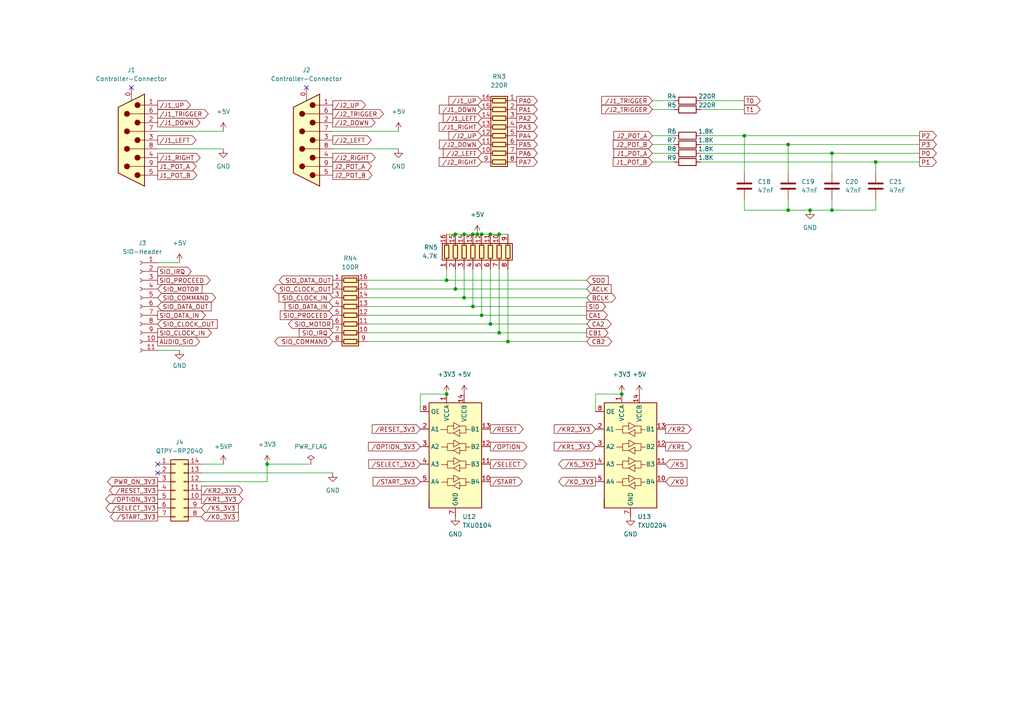
<source format=kicad_sch>
(kicad_sch (version 20211123) (generator eeschema)
  (paper "A4")
  (title_block (title "Atari SBC") (date "2023-02-06") (rev "1.0"))
  (lib_symbols
    (symbol "Connector:Conn_01x11_Female" (pin_names (offset 1.016) hide)
      (property "Reference" "J" (at 0 15.24 0))
      (property "Value" "Conn_01x11_Female" (at 0 -15.24 0))
      (symbol "Conn_01x11_Female_1_1"
        (arc (start 0 -12.192) (mid -0.508 -12.7) (end 0 -13.208) (stroke (width 0.1524)))
        (arc (start 0 -9.652) (mid -0.508 -10.16) (end 0 -10.668) (stroke (width 0.1524)))
        (arc (start 0 -7.112) (mid -0.508 -7.62) (end 0 -8.128) (stroke (width 0.1524)))
        (arc (start 0 -4.572) (mid -0.508 -5.08) (end 0 -5.588) (stroke (width 0.1524)))
        (arc (start 0 -2.032) (mid -0.508 -2.54) (end 0 -3.048) (stroke (width 0.1524)))
        (polyline (pts (xy -1.27 -12.7) (xy -0.508 -12.7)) (stroke (width 0.1524)))
        (polyline (pts (xy -1.27 -10.16) (xy -0.508 -10.16)) (stroke (width 0.1524)))
        (polyline (pts (xy -1.27 -7.62) (xy -0.508 -7.62)) (stroke (width 0.1524)))
        (polyline (pts (xy -1.27 -5.08) (xy -0.508 -5.08)) (stroke (width 0.1524)))
        (polyline (pts (xy -1.27 -2.54) (xy -0.508 -2.54)) (stroke (width 0.1524)))
        (polyline (pts (xy -1.27 0) (xy -0.508 0)) (stroke (width 0.1524)))
        (polyline (pts (xy -1.27 2.54) (xy -0.508 2.54)) (stroke (width 0.1524)))
        (polyline (pts (xy -1.27 5.08) (xy -0.508 5.08)) (stroke (width 0.1524)))
        (polyline (pts (xy -1.27 7.62) (xy -0.508 7.62)) (stroke (width 0.1524)))
        (polyline (pts (xy -1.27 10.16) (xy -0.508 10.16)) (stroke (width 0.1524)))
        (polyline (pts (xy -1.27 12.7) (xy -0.508 12.7)) (stroke (width 0.1524)))
        (arc (start 0 0.508) (mid -0.508 0) (end 0 -0.508) (stroke (width 0.1524)))
        (arc (start 0 3.048) (mid -0.508 2.54) (end 0 2.032) (stroke (width 0.1524)))
        (arc (start 0 5.588) (mid -0.508 5.08) (end 0 4.572) (stroke (width 0.1524)))
        (arc (start 0 8.128) (mid -0.508 7.62) (end 0 7.112) (stroke (width 0.1524)))
        (arc (start 0 10.668) (mid -0.508 10.16) (end 0 9.652) (stroke (width 0.1524)))
        (arc (start 0 13.208) (mid -0.508 12.7) (end 0 12.192) (stroke (width 0.1524)))
        (pin passive line (at -5.08 12.7 0) (length 3.81) (name "Pin_1") (number "1"))
        (pin passive line (at -5.08 -10.16 0) (length 3.81) (name "Pin_10") (number "10"))
        (pin passive line (at -5.08 -12.7 0) (length 3.81) (name "Pin_11") (number "11"))
        (pin passive line (at -5.08 10.16 0) (length 3.81) (name "Pin_2") (number "2"))
        (pin passive line (at -5.08 7.62 0) (length 3.81) (name "Pin_3") (number "3"))
        (pin passive line (at -5.08 5.08 0) (length 3.81) (name "Pin_4") (number "4"))
        (pin passive line (at -5.08 2.54 0) (length 3.81) (name "Pin_5") (number "5"))
        (pin passive line (at -5.08 0 0) (length 3.81) (name "Pin_6") (number "6"))
        (pin passive line (at -5.08 -2.54 0) (length 3.81) (name "Pin_7") (number "7"))
        (pin passive line (at -5.08 -5.08 0) (length 3.81) (name "Pin_8") (number "8"))
        (pin passive line (at -5.08 -7.62 0) (length 3.81) (name "Pin_9") (number "9"))
      )
    )
    (symbol "Connector:DB9_Male_MountingHoles" (pin_names (offset 1.016) hide)
      (property "Reference" "J" (at 0 16.51 0))
      (property "Value" "DB9_Male_MountingHoles" (at 0 14.605 0))
      (symbol "DB9_Male_MountingHoles_0_1"
        (circle (center -1.778 -10.16) (radius 0.762) (fill (type outline)))
        (circle (center -1.778 -5.08) (radius 0.762) (fill (type outline)))
        (circle (center -1.778 0) (radius 0.762) (fill (type outline)))
        (circle (center -1.778 5.08) (radius 0.762) (fill (type outline)))
        (circle (center -1.778 10.16) (radius 0.762) (fill (type outline)))
        (polyline (pts (xy -3.81 -10.16) (xy -2.54 -10.16)))
        (polyline (pts (xy -3.81 -7.62) (xy 0.508 -7.62)))
        (polyline (pts (xy -3.81 -5.08) (xy -2.54 -5.08)))
        (polyline (pts (xy -3.81 -2.54) (xy 0.508 -2.54)))
        (polyline (pts (xy -3.81 0) (xy -2.54 0)))
        (polyline (pts (xy -3.81 2.54) (xy 0.508 2.54)))
        (polyline (pts (xy -3.81 5.08) (xy -2.54 5.08)))
        (polyline (pts (xy -3.81 7.62) (xy 0.508 7.62)))
        (polyline (pts (xy -3.81 10.16) (xy -2.54 10.16)))
        (polyline (pts (xy -3.81 -13.335) (xy -3.81 13.335) (xy 3.81 9.525) (xy 3.81 -9.525) (xy -3.81 -13.335)) (stroke (width 0.254)) (fill (type background)))
        (circle (center 1.27 -7.62) (radius 0.762) (fill (type outline)))
        (circle (center 1.27 -2.54) (radius 0.762) (fill (type outline)))
        (circle (center 1.27 2.54) (radius 0.762) (fill (type outline)))
        (circle (center 1.27 7.62) (radius 0.762) (fill (type outline)))
      )
      (symbol "DB9_Male_MountingHoles_1_1"
        (pin passive line (at 0 -15.24 90) (length 3.81) (name "PAD") (number "0"))
        (pin passive line (at -7.62 -10.16 0) (length 3.81) (name "1") (number "1"))
        (pin passive line (at -7.62 -5.08 0) (length 3.81) (name "2") (number "2"))
        (pin passive line (at -7.62 0 0) (length 3.81) (name "3") (number "3"))
        (pin passive line (at -7.62 5.08 0) (length 3.81) (name "4") (number "4"))
        (pin passive line (at -7.62 10.16 0) (length 3.81) (name "5") (number "5"))
        (pin passive line (at -7.62 -7.62 0) (length 3.81) (name "6") (number "6"))
        (pin passive line (at -7.62 -2.54 0) (length 3.81) (name "7") (number "7"))
        (pin passive line (at -7.62 2.54 0) (length 3.81) (name "8") (number "8"))
        (pin passive line (at -7.62 7.62 0) (length 3.81) (name "9") (number "9"))
      )
    )
    (symbol "Connector_Generic:Conn_02x07_Counter_Clockwise" (pin_names (offset 1.016) hide)
      (property "Reference" "J" (at 1.27 10.16 0))
      (property "Value" "Conn_02x07_Counter_Clockwise" (at 1.27 -10.16 0))
      (symbol "Conn_02x07_Counter_Clockwise_1_1"
        (rectangle (start -1.27 -7.493) (end 0 -7.747) (stroke (width 0.1524)))
        (rectangle (start -1.27 -4.953) (end 0 -5.207) (stroke (width 0.1524)))
        (rectangle (start -1.27 -2.413) (end 0 -2.667) (stroke (width 0.1524)))
        (rectangle (start -1.27 0.127) (end 0 -0.127) (stroke (width 0.1524)))
        (rectangle (start -1.27 2.667) (end 0 2.413) (stroke (width 0.1524)))
        (rectangle (start -1.27 5.207) (end 0 4.953) (stroke (width 0.1524)))
        (rectangle (start -1.27 7.747) (end 0 7.493) (stroke (width 0.1524)))
        (rectangle (start -1.27 8.89) (end 3.81 -8.89) (stroke (width 0.254)) (fill (type background)))
        (rectangle (start 3.81 -7.493) (end 2.54 -7.747) (stroke (width 0.1524)))
        (rectangle (start 3.81 -4.953) (end 2.54 -5.207) (stroke (width 0.1524)))
        (rectangle (start 3.81 -2.413) (end 2.54 -2.667) (stroke (width 0.1524)))
        (rectangle (start 3.81 0.127) (end 2.54 -0.127) (stroke (width 0.1524)))
        (rectangle (start 3.81 2.667) (end 2.54 2.413) (stroke (width 0.1524)))
        (rectangle (start 3.81 5.207) (end 2.54 4.953) (stroke (width 0.1524)))
        (rectangle (start 3.81 7.747) (end 2.54 7.493) (stroke (width 0.1524)))
        (pin passive line (at -5.08 7.62 0) (length 3.81) (name "Pin_1") (number "1"))
        (pin passive line (at 7.62 -2.54 180) (length 3.81) (name "Pin_10") (number "10"))
        (pin passive line (at 7.62 0 180) (length 3.81) (name "Pin_11") (number "11"))
        (pin passive line (at 7.62 2.54 180) (length 3.81) (name "Pin_12") (number "12"))
        (pin passive line (at 7.62 5.08 180) (length 3.81) (name "Pin_13") (number "13"))
        (pin passive line (at 7.62 7.62 180) (length 3.81) (name "Pin_14") (number "14"))
        (pin passive line (at -5.08 5.08 0) (length 3.81) (name "Pin_2") (number "2"))
        (pin passive line (at -5.08 2.54 0) (length 3.81) (name "Pin_3") (number "3"))
        (pin passive line (at -5.08 0 0) (length 3.81) (name "Pin_4") (number "4"))
        (pin passive line (at -5.08 -2.54 0) (length 3.81) (name "Pin_5") (number "5"))
        (pin passive line (at -5.08 -5.08 0) (length 3.81) (name "Pin_6") (number "6"))
        (pin passive line (at -5.08 -7.62 0) (length 3.81) (name "Pin_7") (number "7"))
        (pin passive line (at 7.62 -7.62 180) (length 3.81) (name "Pin_8") (number "8"))
        (pin passive line (at 7.62 -5.08 180) (length 3.81) (name "Pin_9") (number "9"))
      )
    )
    (symbol "Device:C" (pin_numbers hide) (pin_names (offset 0.254))
      (property "Reference" "C" (at 0.635 2.54 0))
      (property "Value" "C" (at 0.635 -2.54 0))
      (symbol "C_0_1"
        (polyline (pts (xy -2.032 -0.762) (xy 2.032 -0.762)) (stroke (width 0.508)))
        (polyline (pts (xy -2.032 0.762) (xy 2.032 0.762)) (stroke (width 0.508)))
      )
      (symbol "C_1_1"
        (pin passive line (at 0 3.81 270) (length 2.794) (name "~") (number "1"))
        (pin passive line (at 0 -3.81 90) (length 2.794) (name "~") (number "2"))
      )
    )
    (symbol "Device:R" (pin_numbers hide) (pin_names (offset 0))
      (property "Reference" "R" (at 2.032 0 90))
      (property "Value" "R" (at 0 0 90))
      (symbol "R_0_1"
        (rectangle (start -1.016 -2.54) (end 1.016 2.54) (stroke (width 0.254)))
      )
      (symbol "R_1_1"
        (pin passive line (at 0 3.81 270) (length 1.27) (name "~") (number "1"))
        (pin passive line (at 0 -3.81 90) (length 1.27) (name "~") (number "2"))
      )
    )
    (symbol "Device:R_Pack08" (pin_names (offset 0) hide)
      (property "Reference" "RN" (at -12.7 0 90))
      (property "Value" "R_Pack08" (at 10.16 0 90))
      (symbol "R_Pack08_0_1"
        (rectangle (start -11.43 -2.413) (end 8.89 2.413) (stroke (width 0.254)) (fill (type background)))
        (rectangle (start -10.795 1.905) (end -9.525 -1.905) (stroke (width 0.254)))
        (rectangle (start -8.255 1.905) (end -6.985 -1.905) (stroke (width 0.254)))
        (rectangle (start -5.715 1.905) (end -4.445 -1.905) (stroke (width 0.254)))
        (rectangle (start -3.175 1.905) (end -1.905 -1.905) (stroke (width 0.254)))
        (rectangle (start -0.635 1.905) (end 0.635 -1.905) (stroke (width 0.254)))
        (polyline (pts (xy -10.16 -2.54) (xy -10.16 -1.905)))
        (polyline (pts (xy -10.16 1.905) (xy -10.16 2.54)))
        (polyline (pts (xy -7.62 -2.54) (xy -7.62 -1.905)))
        (polyline (pts (xy -7.62 1.905) (xy -7.62 2.54)))
        (polyline (pts (xy -5.08 -2.54) (xy -5.08 -1.905)))
        (polyline (pts (xy -5.08 1.905) (xy -5.08 2.54)))
        (polyline (pts (xy -2.54 -2.54) (xy -2.54 -1.905)))
        (polyline (pts (xy -2.54 1.905) (xy -2.54 2.54)))
        (polyline (pts (xy 0 -2.54) (xy 0 -1.905)))
        (polyline (pts (xy 0 1.905) (xy 0 2.54)))
        (polyline (pts (xy 2.54 -2.54) (xy 2.54 -1.905)))
        (polyline (pts (xy 2.54 1.905) (xy 2.54 2.54)))
        (polyline (pts (xy 5.08 -2.54) (xy 5.08 -1.905)))
        (polyline (pts (xy 5.08 1.905) (xy 5.08 2.54)))
        (polyline (pts (xy 7.62 -2.54) (xy 7.62 -1.905)))
        (polyline (pts (xy 7.62 1.905) (xy 7.62 2.54)))
        (rectangle (start 1.905 1.905) (end 3.175 -1.905) (stroke (width 0.254)))
        (rectangle (start 4.445 1.905) (end 5.715 -1.905) (stroke (width 0.254)))
        (rectangle (start 6.985 1.905) (end 8.255 -1.905) (stroke (width 0.254)))
      )
      (symbol "R_Pack08_1_1"
        (pin passive line (at -10.16 -5.08 90) (length 2.54) (name "R1.1") (number "1"))
        (pin passive line (at 5.08 5.08 270) (length 2.54) (name "R7.2") (number "10"))
        (pin passive line (at 2.54 5.08 270) (length 2.54) (name "R6.2") (number "11"))
        (pin passive line (at 0 5.08 270) (length 2.54) (name "R5.2") (number "12"))
        (pin passive line (at -2.54 5.08 270) (length 2.54) (name "R4.2") (number "13"))
        (pin passive line (at -5.08 5.08 270) (length 2.54) (name "R3.2") (number "14"))
        (pin passive line (at -7.62 5.08 270) (length 2.54) (name "R2.2") (number "15"))
        (pin passive line (at -10.16 5.08 270) (length 2.54) (name "R1.2") (number "16"))
        (pin passive line (at -7.62 -5.08 90) (length 2.54) (name "R2.1") (number "2"))
        (pin passive line (at -5.08 -5.08 90) (length 2.54) (name "R3.1") (number "3"))
        (pin passive line (at -2.54 -5.08 90) (length 2.54) (name "R4.1") (number "4"))
        (pin passive line (at 0 -5.08 90) (length 2.54) (name "R5.1") (number "5"))
        (pin passive line (at 2.54 -5.08 90) (length 2.54) (name "R6.1") (number "6"))
        (pin passive line (at 5.08 -5.08 90) (length 2.54) (name "R7.1") (number "7"))
        (pin passive line (at 7.62 -5.08 90) (length 2.54) (name "R8.1") (number "8"))
        (pin passive line (at 7.62 5.08 270) (length 2.54) (name "R8.2") (number "9"))
      )
    )
    (symbol "Logic_LevelTranslator:TXB0104D"
      (property "Reference" "U" (at -6.35 16.51 0))
      (property "Value" "TXB0104D" (at 3.81 16.51 0))
      (symbol "TXB0104D_0_1"
        (rectangle (start -7.62 -15.24) (end -7.62 -12.7) (stroke (width 0.254)))
        (rectangle (start -7.62 15.24) (end 7.62 -15.24) (stroke (width 0.254)) (fill (type background)))
        (polyline (pts (xy -2.286 -7.747) (xy -2.286 -6.731) (xy -0.508 -6.731)))
        (polyline (pts (xy -2.286 -2.667) (xy -2.286 -1.651) (xy -0.508 -1.651)))
        (polyline (pts (xy -2.286 2.413) (xy -2.286 3.429) (xy -0.508 3.429)))
        (polyline (pts (xy -2.286 7.493) (xy -2.286 8.509) (xy -0.508 8.509)))
        (polyline (pts (xy 3.048 -7.747) (xy 3.048 -8.763) (xy 1.27 -8.763)))
        (polyline (pts (xy 3.048 -2.667) (xy 3.048 -3.683) (xy 1.27 -3.683)))
        (polyline (pts (xy 3.048 2.413) (xy 3.048 1.397) (xy 1.27 1.397)))
        (polyline (pts (xy 3.048 7.493) (xy 3.048 6.477) (xy 1.27 6.477)))
        (polyline (pts (xy -0.508 -8.763) (xy -2.286 -8.763) (xy -2.286 -7.747) (xy -4.064 -7.747)))
        (polyline (pts (xy -0.508 -8.763) (xy 1.27 -7.747) (xy 1.27 -9.779) (xy -0.508 -8.763)))
        (polyline (pts (xy -0.508 -3.683) (xy -2.286 -3.683) (xy -2.286 -2.667) (xy -4.064 -2.667)))
        (polyline (pts (xy -0.508 -3.683) (xy 1.27 -2.667) (xy 1.27 -4.699) (xy -0.508 -3.683)))
        (polyline (pts (xy -0.508 1.397) (xy -2.286 1.397) (xy -2.286 2.413) (xy -4.064 2.413)))
        (polyline (pts (xy -0.508 1.397) (xy 1.27 2.413) (xy 1.27 0.381) (xy -0.508 1.397)))
        (polyline (pts (xy -0.508 6.477) (xy -2.286 6.477) (xy -2.286 7.493) (xy -4.318 7.493)))
        (polyline (pts (xy -0.508 6.477) (xy 1.27 7.493) (xy 1.27 5.461) (xy -0.508 6.477)))
        (polyline (pts (xy 1.27 -6.731) (xy -0.508 -7.747) (xy -0.508 -5.715) (xy 1.27 -6.731)))
        (polyline (pts (xy 1.27 -6.731) (xy 3.048 -6.731) (xy 3.048 -7.747) (xy 4.318 -7.747)))
        (polyline (pts (xy 1.27 -1.651) (xy -0.508 -2.667) (xy -0.508 -0.635) (xy 1.27 -1.651)))
        (polyline (pts (xy 1.27 -1.651) (xy 3.048 -1.651) (xy 3.048 -2.667) (xy 4.318 -2.667)))
        (polyline (pts (xy 1.27 3.429) (xy -0.508 2.413) (xy -0.508 4.445) (xy 1.27 3.429)))
        (polyline (pts (xy 1.27 3.429) (xy 3.048 3.429) (xy 3.048 2.413) (xy 4.318 2.413)))
        (polyline (pts (xy 1.27 8.509) (xy -0.508 7.493) (xy -0.508 9.525) (xy 1.27 8.509)))
        (polyline (pts (xy 1.27 8.509) (xy 3.048 8.509) (xy 3.048 7.493) (xy 4.318 7.493)))
      )
      (symbol "TXB0104D_1_1"
        (pin power_in line (at -2.54 17.78 270) (length 2.54) (name "VCCA") (number "1"))
        (pin bidirectional line (at 10.16 -7.62 180) (length 2.54) (name "B4") (number "10"))
        (pin bidirectional line (at 10.16 -2.54 180) (length 2.54) (name "B3") (number "11"))
        (pin bidirectional line (at 10.16 2.54 180) (length 2.54) (name "B2") (number "12"))
        (pin bidirectional line (at 10.16 7.62 180) (length 2.54) (name "B1") (number "13"))
        (pin power_in line (at 2.54 17.78 270) (length 2.54) (name "VCCB") (number "14"))
        (pin bidirectional line (at -10.16 7.62 0) (length 2.54) (name "A1") (number "2"))
        (pin bidirectional line (at -10.16 2.54 0) (length 2.54) (name "A2") (number "3"))
        (pin bidirectional line (at -10.16 -2.54 0) (length 2.54) (name "A3") (number "4"))
        (pin bidirectional line (at -10.16 -7.62 0) (length 2.54) (name "A4") (number "5"))
        (pin no_connect line (at -10.16 -12.7 0) (length 2.54) hide (name "NC") (number "6"))
        (pin power_in line (at 0 -17.78 90) (length 2.54) (name "GND") (number "7"))
        (pin input line (at -10.16 12.7 0) (length 2.54) (name "OE") (number "8"))
        (pin no_connect line (at 10.16 -12.7 180) (length 2.54) hide (name "NC") (number "9"))
      )
    )
    (symbol "Logic_LevelTranslator:TXB0104PW"
      (property "Reference" "U" (at -6.35 16.51 0))
      (property "Value" "TXB0104PW" (at 3.81 16.51 0))
      (symbol "TXB0104PW_0_1"
        (rectangle (start -7.62 -15.24) (end -7.62 -12.7) (stroke (width 0.254)))
        (rectangle (start -7.62 15.24) (end 7.62 -15.24) (stroke (width 0.254)) (fill (type background)))
        (polyline (pts (xy -2.286 -7.747) (xy -2.286 -6.731) (xy -0.508 -6.731)))
        (polyline (pts (xy -2.286 -2.667) (xy -2.286 -1.651) (xy -0.508 -1.651)))
        (polyline (pts (xy -2.286 2.413) (xy -2.286 3.429) (xy -0.508 3.429)))
        (polyline (pts (xy -2.286 7.493) (xy -2.286 8.509) (xy -0.508 8.509)))
        (polyline (pts (xy 3.048 -7.747) (xy 3.048 -8.763) (xy 1.27 -8.763)))
        (polyline (pts (xy 3.048 -2.667) (xy 3.048 -3.683) (xy 1.27 -3.683)))
        (polyline (pts (xy 3.048 2.413) (xy 3.048 1.397) (xy 1.27 1.397)))
        (polyline (pts (xy 3.048 7.493) (xy 3.048 6.477) (xy 1.27 6.477)))
        (polyline (pts (xy -0.508 -8.763) (xy -2.286 -8.763) (xy -2.286 -7.747) (xy -4.064 -7.747)))
        (polyline (pts (xy -0.508 -8.763) (xy 1.27 -7.747) (xy 1.27 -9.779) (xy -0.508 -8.763)))
        (polyline (pts (xy -0.508 -3.683) (xy -2.286 -3.683) (xy -2.286 -2.667) (xy -4.064 -2.667)))
        (polyline (pts (xy -0.508 -3.683) (xy 1.27 -2.667) (xy 1.27 -4.699) (xy -0.508 -3.683)))
        (polyline (pts (xy -0.508 1.397) (xy -2.286 1.397) (xy -2.286 2.413) (xy -4.064 2.413)))
        (polyline (pts (xy -0.508 1.397) (xy 1.27 2.413) (xy 1.27 0.381) (xy -0.508 1.397)))
        (polyline (pts (xy -0.508 6.477) (xy -2.286 6.477) (xy -2.286 7.493) (xy -4.318 7.493)))
        (polyline (pts (xy -0.508 6.477) (xy 1.27 7.493) (xy 1.27 5.461) (xy -0.508 6.477)))
        (polyline (pts (xy 1.27 -6.731) (xy -0.508 -7.747) (xy -0.508 -5.715) (xy 1.27 -6.731)))
        (polyline (pts (xy 1.27 -6.731) (xy 3.048 -6.731) (xy 3.048 -7.747) (xy 4.318 -7.747)))
        (polyline (pts (xy 1.27 -1.651) (xy -0.508 -2.667) (xy -0.508 -0.635) (xy 1.27 -1.651)))
        (polyline (pts (xy 1.27 -1.651) (xy 3.048 -1.651) (xy 3.048 -2.667) (xy 4.318 -2.667)))
        (polyline (pts (xy 1.27 3.429) (xy -0.508 2.413) (xy -0.508 4.445) (xy 1.27 3.429)))
        (polyline (pts (xy 1.27 3.429) (xy 3.048 3.429) (xy 3.048 2.413) (xy 4.318 2.413)))
        (polyline (pts (xy 1.27 8.509) (xy -0.508 7.493) (xy -0.508 9.525) (xy 1.27 8.509)))
        (polyline (pts (xy 1.27 8.509) (xy 3.048 8.509) (xy 3.048 7.493) (xy 4.318 7.493)))
      )
      (symbol "TXB0104PW_1_1"
        (pin power_in line (at -2.54 17.78 270) (length 2.54) (name "VCCA") (number "1"))
        (pin bidirectional line (at 10.16 -7.62 180) (length 2.54) (name "B4") (number "10"))
        (pin bidirectional line (at 10.16 -2.54 180) (length 2.54) (name "B3") (number "11"))
        (pin bidirectional line (at 10.16 2.54 180) (length 2.54) (name "B2") (number "12"))
        (pin bidirectional line (at 10.16 7.62 180) (length 2.54) (name "B1") (number "13"))
        (pin power_in line (at 2.54 17.78 270) (length 2.54) (name "VCCB") (number "14"))
        (pin bidirectional line (at -10.16 7.62 0) (length 2.54) (name "A1") (number "2"))
        (pin bidirectional line (at -10.16 2.54 0) (length 2.54) (name "A2") (number "3"))
        (pin bidirectional line (at -10.16 -2.54 0) (length 2.54) (name "A3") (number "4"))
        (pin bidirectional line (at -10.16 -7.62 0) (length 2.54) (name "A4") (number "5"))
        (pin no_connect line (at -10.16 -12.7 0) (length 2.54) hide (name "NC") (number "6"))
        (pin power_in line (at 0 -17.78 90) (length 2.54) (name "GND") (number "7"))
        (pin input line (at -10.16 12.7 0) (length 2.54) (name "OE") (number "8"))
        (pin no_connect line (at 10.16 -12.7 180) (length 2.54) hide (name "NC") (number "9"))
      )
    )
    (symbol "power:+3.3V" (power) (pin_names (offset 0))
      (property "Value" "+3.3V" (at 0 3.556 0))
      (symbol "+3.3V_0_1"
        (polyline (pts (xy -0.762 1.27) (xy 0 2.54)))
        (polyline (pts (xy 0 0) (xy 0 2.54)))
        (polyline (pts (xy 0 2.54) (xy 0.762 1.27)))
      )
      (symbol "+3.3V_1_1"
        (pin power_in line (at 0 0 90) (length 0) hide (name "+3V3") (number "1"))
      )
    )
    (symbol "power:+5V" (power) (pin_names (offset 0))
      (property "Value" "+5V" (at 0 3.556 0))
      (symbol "+5V_0_1"
        (polyline (pts (xy -0.762 1.27) (xy 0 2.54)))
        (polyline (pts (xy 0 0) (xy 0 2.54)))
        (polyline (pts (xy 0 2.54) (xy 0.762 1.27)))
      )
      (symbol "+5V_1_1"
        (pin power_in line (at 0 0 90) (length 0) hide (name "+5V") (number "1"))
      )
    )
    (symbol "power:+5VP" (power) (pin_names (offset 0))
      (property "Value" "+5VP" (at 0 3.556 0))
      (symbol "+5VP_0_1"
        (polyline (pts (xy -0.762 1.27) (xy 0 2.54)))
        (polyline (pts (xy 0 0) (xy 0 2.54)))
        (polyline (pts (xy 0 2.54) (xy 0.762 1.27)))
      )
      (symbol "+5VP_1_1"
        (pin power_in line (at 0 0 90) (length 0) hide (name "+5VP") (number "1"))
      )
    )
    (symbol "power:GND" (power) (pin_names (offset 0))
      (property "Value" "GND" (at 0 -3.81 0))
      (symbol "GND_0_1"
        (polyline (pts (xy 0 0) (xy 0 -1.27) (xy 1.27 -1.27) (xy 0 -2.54) (xy -1.27 -1.27) (xy 0 -1.27)))
      )
      (symbol "GND_1_1"
        (pin power_in line (at 0 0 270) (length 0) hide (name "GND") (number "1"))
      )
    )
    (symbol "power:PWR_FLAG" (power) (pin_numbers hide) (pin_names (offset 0) hide)
      (property "Value" "PWR_FLAG" (at 0 3.81 0))
      (symbol "PWR_FLAG_0_0"
        (pin power_out line (at 0 0 90) (length 0) (name "pwr") (number "1"))
      )
      (symbol "PWR_FLAG_0_1"
        (polyline (pts (xy 0 0) (xy 0 1.27) (xy -1.016 1.905) (xy 0 2.54) (xy 1.016 1.905) (xy 0 1.27)))
      )
    )
  )
  (junction (at 137.16 67.945))
  (junction (at 137.16 88.9))
  (junction (at 132.08 67.945))
  (junction (at 134.62 67.945))
  (junction (at 241.3 44.45))
  (junction (at 147.32 99.06))
  (junction (at 129.54 81.28))
  (junction (at 142.24 67.945))
  (junction (at 139.7 67.945))
  (junction (at 180.34 114.3))
  (junction (at 228.6 41.91))
  (junction (at 234.95 60.96))
  (junction (at 138.43 67.945))
  (junction (at 228.6 60.96))
  (junction (at 144.78 96.52))
  (junction (at 77.47 134.62))
  (junction (at 129.54 114.3))
  (junction (at 144.78 67.945))
  (junction (at 241.3 60.96))
  (junction (at 134.62 86.36))
  (junction (at 142.24 93.98))
  (junction (at 215.9 39.37))
  (junction (at 132.08 83.82))
  (junction (at 139.7 91.44))
  (junction (at 254 46.99))
  (no_connect (at 45.72 134.62))
  (no_connect (at 45.72 137.16))
  (no_connect (at 38.1 25.4))
  (no_connect (at 88.9 25.4))
  (wire (pts (xy 137.16 67.945) (xy 138.43 67.945)))
  (wire (pts (xy 137.16 78.105) (xy 137.16 88.9)))
  (wire (pts (xy 203.2 41.91) (xy 228.6 41.91)))
  (wire (pts (xy 132.08 78.105) (xy 132.08 83.82)))
  (wire (pts (xy 228.6 60.96) (xy 234.95 60.96)))
  (wire (pts (xy 52.07 101.6) (xy 45.72 101.6)))
  (wire (pts (xy 203.2 46.99) (xy 254 46.99)))
  (wire (pts (xy 45.72 38.1) (xy 64.77 38.1)))
  (wire (pts (xy 203.2 29.21) (xy 215.9 29.21)))
  (wire (pts (xy 106.68 83.82) (xy 132.08 83.82)))
  (wire (pts (xy 241.3 57.785) (xy 241.3 60.96)))
  (wire (pts (xy 189.23 39.37) (xy 195.58 39.37)))
  (wire (pts (xy 144.78 78.105) (xy 144.78 96.52)))
  (wire (pts (xy 137.16 88.9) (xy 170.18 88.9)))
  (wire (pts (xy 96.52 38.1) (xy 115.57 38.1)))
  (wire (pts (xy 77.47 139.7) (xy 77.47 134.62)))
  (wire (pts (xy 203.2 44.45) (xy 241.3 44.45)))
  (wire (pts (xy 234.95 60.96) (xy 241.3 60.96)))
  (wire (pts (xy 241.3 44.45) (xy 241.3 50.165)))
  (wire (pts (xy 215.9 39.37) (xy 215.9 50.165)))
  (wire (pts (xy 138.43 67.945) (xy 139.7 67.945)))
  (wire (pts (xy 129.54 67.945) (xy 132.08 67.945)))
  (wire (pts (xy 215.9 60.96) (xy 228.6 60.96)))
  (wire (pts (xy 180.34 114.3) (xy 172.72 114.3)))
  (wire (pts (xy 189.23 44.45) (xy 195.58 44.45)))
  (wire (pts (xy 45.72 43.18) (xy 64.77 43.18)))
  (wire (pts (xy 106.68 96.52) (xy 144.78 96.52)))
  (wire (pts (xy 228.6 57.785) (xy 228.6 60.96)))
  (wire (pts (xy 132.08 67.945) (xy 134.62 67.945)))
  (wire (pts (xy 215.9 57.785) (xy 215.9 60.96)))
  (wire (pts (xy 134.62 86.36) (xy 170.18 86.36)))
  (wire (pts (xy 106.68 99.06) (xy 147.32 99.06)))
  (wire (pts (xy 241.3 44.45) (xy 266.7 44.45)))
  (wire (pts (xy 58.42 137.16) (xy 96.52 137.16)))
  (wire (pts (xy 77.47 134.62) (xy 90.17 134.62)))
  (wire (pts (xy 106.68 81.28) (xy 129.54 81.28)))
  (wire (pts (xy 144.78 96.52) (xy 170.18 96.52)))
  (wire (pts (xy 254 46.99) (xy 266.7 46.99)))
  (wire (pts (xy 139.7 67.945) (xy 142.24 67.945)))
  (wire (pts (xy 241.3 60.96) (xy 254 60.96)))
  (wire (pts (xy 147.32 99.06) (xy 170.18 99.06)))
  (wire (pts (xy 129.54 81.28) (xy 170.18 81.28)))
  (wire (pts (xy 106.68 93.98) (xy 142.24 93.98)))
  (wire (pts (xy 106.68 86.36) (xy 134.62 86.36)))
  (wire (pts (xy 254 57.785) (xy 254 60.96)))
  (wire (pts (xy 134.62 67.945) (xy 137.16 67.945)))
  (wire (pts (xy 254 46.99) (xy 254 50.165)))
  (wire (pts (xy 142.24 93.98) (xy 170.18 93.98)))
  (wire (pts (xy 189.23 31.75) (xy 195.58 31.75)))
  (wire (pts (xy 147.32 78.105) (xy 147.32 99.06)))
  (wire (pts (xy 134.62 78.105) (xy 134.62 86.36)))
  (wire (pts (xy 189.23 29.21) (xy 195.58 29.21)))
  (wire (pts (xy 172.72 114.3) (xy 172.72 119.38)))
  (wire (pts (xy 144.78 67.945) (xy 147.32 67.945)))
  (wire (pts (xy 58.42 139.7) (xy 77.47 139.7)))
  (wire (pts (xy 142.24 78.105) (xy 142.24 93.98)))
  (wire (pts (xy 139.7 91.44) (xy 170.18 91.44)))
  (wire (pts (xy 142.24 67.945) (xy 144.78 67.945)))
  (wire (pts (xy 189.23 46.99) (xy 195.58 46.99)))
  (wire (pts (xy 203.2 31.75) (xy 215.9 31.75)))
  (wire (pts (xy 132.08 83.82) (xy 170.18 83.82)))
  (wire (pts (xy 106.68 91.44) (xy 139.7 91.44)))
  (wire (pts (xy 52.07 76.2) (xy 45.72 76.2)))
  (wire (pts (xy 96.52 43.18) (xy 115.57 43.18)))
  (wire (pts (xy 106.68 88.9) (xy 137.16 88.9)))
  (wire (pts (xy 215.9 39.37) (xy 266.7 39.37)))
  (wire (pts (xy 228.6 41.91) (xy 228.6 50.165)))
  (wire (pts (xy 121.92 114.3) (xy 121.92 119.38)))
  (wire (pts (xy 64.77 134.62) (xy 58.42 134.62)))
  (wire (pts (xy 129.54 78.105) (xy 129.54 81.28)))
  (wire (pts (xy 228.6 41.91) (xy 266.7 41.91)))
  (wire (pts (xy 129.54 114.3) (xy 121.92 114.3)))
  (wire (pts (xy 203.2 39.37) (xy 215.9 39.37)))
  (wire (pts (xy 139.7 78.105) (xy 139.7 91.44)))
  (wire (pts (xy 189.23 41.91) (xy 195.58 41.91)))
  (global_label "{slash}SELECT" (shape output) (at 142.24 134.62 0) (property "Intersheet References" "${INTERSHEET_REFS}" (effects hide)))
  (global_label "{slash}SELECT_3V3" (shape input) (at 121.92 134.62 180) (property "Intersheet References" "${INTERSHEET_REFS}" (effects hide)))
  (global_label "{slash}J1_TRIGGER" (shape output) (at 45.72 33.02 0) (property "Intersheet References" "${INTERSHEET_REFS}" (effects hide)))
  (global_label "{slash}RESET_3V3" (shape input) (at 121.92 124.46 180) (property "Intersheet References" "${INTERSHEET_REFS}" (effects hide)))
  (global_label "{slash}J2_RIGHT" (shape input) (at 139.7 46.99 180) (property "Intersheet References" "${INTERSHEET_REFS}" (effects hide)))
  (global_label "SIO_MOTOR" (shape input) (at 45.72 83.82 0) (property "Intersheet References" "${INTERSHEET_REFS}" (effects hide)))
  (global_label "J2_POT_B" (shape input) (at 189.23 41.91 180) (property "Intersheet References" "${INTERSHEET_REFS}" (effects hide)))
  (global_label "{slash}J1_LEFT" (shape output) (at 45.72 40.64 0) (property "Intersheet References" "${INTERSHEET_REFS}" (effects hide)))
  (global_label "{slash}KR1" (shape output) (at 193.04 129.54 0) (property "Intersheet References" "${INTERSHEET_REFS}" (effects hide)))
  (global_label "ACLK" (shape input) (at 170.18 83.82 0) (property "Intersheet References" "${INTERSHEET_REFS}" (effects hide)))
  (global_label "CB1" (shape output) (at 170.18 96.52 0) (property "Intersheet References" "${INTERSHEET_REFS}" (effects hide)))
  (global_label "PA6" (shape output) (at 149.86 44.45 0) (property "Intersheet References" "${INTERSHEET_REFS}" (effects hide)))
  (global_label "PA1" (shape output) (at 149.86 31.75 0) (property "Intersheet References" "${INTERSHEET_REFS}" (effects hide)))
  (global_label "SIO_COMMAND" (shape bidirectional) (at 96.52 99.06 180) (property "Intersheet References" "${INTERSHEET_REFS}" (effects hide)))
  (global_label "{slash}KR2_3V3" (shape output) (at 58.42 142.24 0) (property "Intersheet References" "${INTERSHEET_REFS}" (effects hide)))
  (global_label "{slash}OPTION_3V3" (shape input) (at 121.92 129.54 180) (property "Intersheet References" "${INTERSHEET_REFS}" (effects hide)))
  (global_label "SID" (shape output) (at 170.18 88.9 0) (property "Intersheet References" "${INTERSHEET_REFS}" (effects hide)))
  (global_label "PA7" (shape output) (at 149.86 46.99 0) (property "Intersheet References" "${INTERSHEET_REFS}" (effects hide)))
  (global_label "SIO_CLOCK_IN" (shape output) (at 45.72 96.52 0) (property "Intersheet References" "${INTERSHEET_REFS}" (effects hide)))
  (global_label "PA0" (shape output) (at 149.86 29.21 0) (property "Intersheet References" "${INTERSHEET_REFS}" (effects hide)))
  (global_label "{slash}OPTION_3V3" (shape output) (at 45.72 144.78 180) (property "Intersheet References" "${INTERSHEET_REFS}" (effects hide)))
  (global_label "J1_POT_A" (shape input) (at 189.23 44.45 180) (property "Intersheet References" "${INTERSHEET_REFS}" (effects hide)))
  (global_label "P1" (shape output) (at 266.7 46.99 0) (property "Intersheet References" "${INTERSHEET_REFS}" (effects hide)))
  (global_label "{slash}J1_UP" (shape output) (at 45.72 30.48 0) (property "Intersheet References" "${INTERSHEET_REFS}" (effects hide)))
  (global_label "{slash}START" (shape output) (at 142.24 139.7 0) (property "Intersheet References" "${INTERSHEET_REFS}" (effects hide)))
  (global_label "{slash}SELECT_3V3" (shape output) (at 45.72 147.32 180) (property "Intersheet References" "${INTERSHEET_REFS}" (effects hide)))
  (global_label "{slash}KR1_3V3" (shape output) (at 58.42 144.78 0) (property "Intersheet References" "${INTERSHEET_REFS}" (effects hide)))
  (global_label "{slash}J1_TRIGGER" (shape input) (at 189.23 29.21 180) (property "Intersheet References" "${INTERSHEET_REFS}" (effects hide)))
  (global_label "SIO_IRQ" (shape output) (at 45.72 78.74 0) (property "Intersheet References" "${INTERSHEET_REFS}" (effects hide)))
  (global_label "{slash}J1_UP" (shape input) (at 139.7 29.21 180) (property "Intersheet References" "${INTERSHEET_REFS}" (effects hide)))
  (global_label "SIO_CLOCK_OUT" (shape input) (at 45.72 93.98 0) (property "Intersheet References" "${INTERSHEET_REFS}" (effects hide)))
  (global_label "BCLK" (shape bidirectional) (at 170.18 86.36 0) (property "Intersheet References" "${INTERSHEET_REFS}" (effects hide)))
  (global_label "PA2" (shape output) (at 149.86 34.29 0) (property "Intersheet References" "${INTERSHEET_REFS}" (effects hide)))
  (global_label "SIO_DATA_IN" (shape input) (at 96.52 88.9 180) (property "Intersheet References" "${INTERSHEET_REFS}" (effects hide)))
  (global_label "{slash}J2_UP" (shape input) (at 139.7 39.37 180) (property "Intersheet References" "${INTERSHEET_REFS}" (effects hide)))
  (global_label "{slash}J2_UP" (shape output) (at 96.52 30.48 0) (property "Intersheet References" "${INTERSHEET_REFS}" (effects hide)))
  (global_label "{slash}J1_LEFT" (shape input) (at 139.7 34.29 180) (property "Intersheet References" "${INTERSHEET_REFS}" (effects hide)))
  (global_label "{slash}KR2_3V3" (shape input) (at 172.72 124.46 180) (property "Intersheet References" "${INTERSHEET_REFS}" (effects hide)))
  (global_label "{slash}J2_LEFT" (shape input) (at 139.7 44.45 180) (property "Intersheet References" "${INTERSHEET_REFS}" (effects hide)))
  (global_label "P0" (shape output) (at 266.7 44.45 0) (property "Intersheet References" "${INTERSHEET_REFS}" (effects hide)))
  (global_label "{slash}K0_3V3" (shape output) (at 172.72 139.7 180) (property "Intersheet References" "${INTERSHEET_REFS}" (effects hide)))
  (global_label "{slash}K0" (shape input) (at 193.04 139.7 0) (property "Intersheet References" "${INTERSHEET_REFS}" (effects hide)))
  (global_label "T0" (shape output) (at 215.9 29.21 0) (property "Intersheet References" "${INTERSHEET_REFS}" (effects hide)))
  (global_label "CA2" (shape bidirectional) (at 170.18 93.98 0) (property "Intersheet References" "${INTERSHEET_REFS}" (effects hide)))
  (global_label "SIO_IRQ" (shape input) (at 96.52 96.52 180) (property "Intersheet References" "${INTERSHEET_REFS}" (effects hide)))
  (global_label "J1_POT_B" (shape output) (at 45.72 50.8 0) (property "Intersheet References" "${INTERSHEET_REFS}" (effects hide)))
  (global_label "{slash}OPTION" (shape output) (at 142.24 129.54 0) (property "Intersheet References" "${INTERSHEET_REFS}" (effects hide)))
  (global_label "{slash}RESET_3V3" (shape output) (at 45.72 142.24 180) (property "Intersheet References" "${INTERSHEET_REFS}" (effects hide)))
  (global_label "J1_POT_B" (shape input) (at 189.23 46.99 180) (property "Intersheet References" "${INTERSHEET_REFS}" (effects hide)))
  (global_label "PWR_ON_3V3" (shape output) (at 45.72 139.7 180) (property "Intersheet References" "${INTERSHEET_REFS}" (effects hide)))
  (global_label "PA4" (shape output) (at 149.86 39.37 0) (property "Intersheet References" "${INTERSHEET_REFS}" (effects hide)))
  (global_label "SIO_PROCEED" (shape output) (at 45.72 81.28 0) (property "Intersheet References" "${INTERSHEET_REFS}" (effects hide)))
  (global_label "AUDIO_SIO" (shape output) (at 45.72 99.06 0) (property "Intersheet References" "${INTERSHEET_REFS}" (effects hide)))
  (global_label "SOD" (shape input) (at 170.18 81.28 0) (property "Intersheet References" "${INTERSHEET_REFS}" (effects hide)))
  (global_label "{slash}K5" (shape input) (at 193.04 134.62 0) (property "Intersheet References" "${INTERSHEET_REFS}" (effects hide)))
  (global_label "{slash}J1_DOWN" (shape input) (at 139.7 31.75 180) (property "Intersheet References" "${INTERSHEET_REFS}" (effects hide)))
  (global_label "PA5" (shape output) (at 149.86 41.91 0) (property "Intersheet References" "${INTERSHEET_REFS}" (effects hide)))
  (global_label "{slash}J1_DOWN" (shape output) (at 45.72 35.56 0) (property "Intersheet References" "${INTERSHEET_REFS}" (effects hide)))
  (global_label "{slash}J2_DOWN" (shape input) (at 139.7 41.91 180) (property "Intersheet References" "${INTERSHEET_REFS}" (effects hide)))
  (global_label "CB2" (shape bidirectional) (at 170.18 99.06 0) (property "Intersheet References" "${INTERSHEET_REFS}" (effects hide)))
  (global_label "J2_POT_B" (shape output) (at 96.52 50.8 0) (property "Intersheet References" "${INTERSHEET_REFS}" (effects hide)))
  (global_label "{slash}START_3V3" (shape input) (at 121.92 139.7 180) (property "Intersheet References" "${INTERSHEET_REFS}" (effects hide)))
  (global_label "SIO_DATA_OUT" (shape output) (at 96.52 81.28 180) (property "Intersheet References" "${INTERSHEET_REFS}" (effects hide)))
  (global_label "SIO_CLOCK_IN" (shape input) (at 96.52 86.36 180) (property "Intersheet References" "${INTERSHEET_REFS}" (effects hide)))
  (global_label "{slash}KR2" (shape output) (at 193.04 124.46 0) (property "Intersheet References" "${INTERSHEET_REFS}" (effects hide)))
  (global_label "P2" (shape output) (at 266.7 39.37 0) (property "Intersheet References" "${INTERSHEET_REFS}" (effects hide)))
  (global_label "{slash}K5_3V3" (shape output) (at 172.72 134.62 180) (property "Intersheet References" "${INTERSHEET_REFS}" (effects hide)))
  (global_label "{slash}J2_TRIGGER" (shape input) (at 189.23 31.75 180) (property "Intersheet References" "${INTERSHEET_REFS}" (effects hide)))
  (global_label "T1" (shape output) (at 215.9 31.75 0) (property "Intersheet References" "${INTERSHEET_REFS}" (effects hide)))
  (global_label "{slash}K5_3V3" (shape input) (at 58.42 147.32 0) (property "Intersheet References" "${INTERSHEET_REFS}" (effects hide)))
  (global_label "{slash}START_3V3" (shape output) (at 45.72 149.86 180) (property "Intersheet References" "${INTERSHEET_REFS}" (effects hide)))
  (global_label "SIO_DATA_IN" (shape output) (at 45.72 91.44 0) (property "Intersheet References" "${INTERSHEET_REFS}" (effects hide)))
  (global_label "{slash}J1_RIGHT" (shape input) (at 139.7 36.83 180) (property "Intersheet References" "${INTERSHEET_REFS}" (effects hide)))
  (global_label "CA1" (shape output) (at 170.18 91.44 0) (property "Intersheet References" "${INTERSHEET_REFS}" (effects hide)))
  (global_label "{slash}RESET" (shape output) (at 142.24 124.46 0) (property "Intersheet References" "${INTERSHEET_REFS}" (effects hide)))
  (global_label "J2_POT_A" (shape output) (at 96.52 48.26 0) (property "Intersheet References" "${INTERSHEET_REFS}" (effects hide)))
  (global_label "SIO_CLOCK_OUT" (shape output) (at 96.52 83.82 180) (property "Intersheet References" "${INTERSHEET_REFS}" (effects hide)))
  (global_label "SIO_MOTOR" (shape output) (at 96.52 93.98 180) (property "Intersheet References" "${INTERSHEET_REFS}" (effects hide)))
  (global_label "{slash}J2_RIGHT" (shape output) (at 96.52 45.72 0) (property "Intersheet References" "${INTERSHEET_REFS}" (effects hide)))
  (global_label "{slash}J1_RIGHT" (shape output) (at 45.72 45.72 0) (property "Intersheet References" "${INTERSHEET_REFS}" (effects hide)))
  (global_label "{slash}J2_LEFT" (shape output) (at 96.52 40.64 0) (property "Intersheet References" "${INTERSHEET_REFS}" (effects hide)))
  (global_label "P3" (shape output) (at 266.7 41.91 0) (property "Intersheet References" "${INTERSHEET_REFS}" (effects hide)))
  (global_label "{slash}K0_3V3" (shape input) (at 58.42 149.86 0) (property "Intersheet References" "${INTERSHEET_REFS}" (effects hide)))
  (global_label "{slash}J2_DOWN" (shape output) (at 96.52 35.56 0) (property "Intersheet References" "${INTERSHEET_REFS}" (effects hide)))
  (global_label "{slash}J2_TRIGGER" (shape output) (at 96.52 33.02 0) (property "Intersheet References" "${INTERSHEET_REFS}" (effects hide)))
  (global_label "SIO_COMMAND" (shape bidirectional) (at 45.72 86.36 0) (property "Intersheet References" "${INTERSHEET_REFS}" (effects hide)))
  (global_label "J1_POT_A" (shape output) (at 45.72 48.26 0) (property "Intersheet References" "${INTERSHEET_REFS}" (effects hide)))
  (global_label "SIO_DATA_OUT" (shape input) (at 45.72 88.9 0) (property "Intersheet References" "${INTERSHEET_REFS}" (effects hide)))
  (global_label "J2_POT_A" (shape input) (at 189.23 39.37 180) (property "Intersheet References" "${INTERSHEET_REFS}" (effects hide)))
  (global_label "{slash}KR1_3V3" (shape input) (at 172.72 129.54 180) (property "Intersheet References" "${INTERSHEET_REFS}" (effects hide)))
  (global_label "SIO_PROCEED" (shape input) (at 96.52 91.44 180) (property "Intersheet References" "${INTERSHEET_REFS}" (effects hide)))
  (global_label "PA3" (shape output) (at 149.86 36.83 0) (property "Intersheet References" "${INTERSHEET_REFS}" (effects hide)))
  (symbol (lib_id "power:+5V") (at 115.57 38.1 0) (unit 1)
    (property "Reference" "#PWR0134" (effects hide))
    (property "Value" "+5V" (at 115.57 32.385 0))
  )
  (symbol (lib_id "power:+5V") (at 52.07 76.2 0) (mirror y) (unit 1)
    (property "Reference" "#PWR0139" (effects hide))
    (property "Value" "+5V" (at 52.07 70.485 0))
  )
  (symbol (lib_id "Device:R_Pack08") (at 144.78 39.37 90) (mirror x) (unit 1)
    (property "Reference" "RN3" (at 144.78 22.225 90))
    (property "Value" "220R" (at 144.78 24.765 90))
    (property "Footprint" "Package_SO:SOIC-16_3.9x9.9mm_P1.27mm" (effects hide))
  )
  (symbol (lib_id "Connector:DB9_Male_MountingHoles") (at 88.9 40.64 180) (unit 1)
    (property "Reference" "J2" (at 88.9 20.32 0))
    (property "Value" "Controller-Connector" (at 88.9 22.86 0))
    (property "Footprint" "Project_Connector_Dsub:DSUB-9_Male_Horizontal_PDI-09S-5-RG30" (effects hide))
    (property "Datasheet" " ~" (effects hide))
  )
  (symbol (lib_id "Device:C") (at 254 53.975 0) (unit 1)
    (property "Reference" "C21" (at 257.81 52.7049 0) (effects (justify left)))
    (property "Value" "47nF" (at 257.81 55.2449 0) (effects (justify left)))
    (property "Footprint" "Capacitor_SMD:C_0805_2012Metric_Pad1.18x1.45mm_HandSolder" (effects hide))
  )
  (symbol (lib_id "Device:R") (at 199.39 44.45 270) (unit 1)
    (property "Reference" "R8" (at 196.215 43.18 90) (effects (justify right)))
    (property "Value" "1.8K" (at 207.01 43.18 90) (effects (justify right)))
    (property "Footprint" "Resistor_SMD:R_0805_2012Metric_Pad1.20x1.40mm_HandSolder" (effects hide))
  )
  (symbol (lib_id "power:GND") (at 132.08 149.86 0) (unit 1)
    (property "Reference" "#PWR0165" (effects hide))
    (property "Value" "GND" (at 132.08 154.94 0))
  )
  (symbol (lib_id "power:+3.3V") (at 180.34 114.3 0) (unit 1)
    (property "Reference" "#PWR0151" (effects hide))
    (property "Value" "+3.3V" (at 180.34 108.585 0))
  )
  (symbol (lib_id "Device:R") (at 199.39 31.75 270) (unit 1)
    (property "Reference" "R5" (at 196.215 30.48 90) (effects (justify right)))
    (property "Value" "220R" (at 207.645 30.48 90) (effects (justify right)))
    (property "Footprint" "Resistor_SMD:R_0805_2012Metric_Pad1.20x1.40mm_HandSolder" (effects hide))
  )
  (symbol (lib_id "power:GND") (at 115.57 43.18 0) (unit 1)
    (property "Reference" "#PWR0135" (effects hide))
    (property "Value" "GND" (at 115.57 48.26 0))
  )
  (symbol (lib_id "power:+5V") (at 185.42 114.3 0) (unit 1)
    (property "Reference" "#PWR0150" (effects hide))
    (property "Value" "+5V" (at 185.42 108.585 0))
  )
  (symbol (lib_id "Device:R") (at 199.39 29.21 270) (unit 1)
    (property "Reference" "R4" (at 196.215 27.94 90) (effects (justify right)))
    (property "Value" "220R" (at 207.645 27.94 90) (effects (justify right)))
    (property "Footprint" "Resistor_SMD:R_0805_2012Metric_Pad1.20x1.40mm_HandSolder" (effects hide))
  )
  (symbol (lib_id "power:+5V") (at 134.62 114.3 0) (unit 1)
    (property "Reference" "#PWR0142" (effects hide))
    (property "Value" "+5V" (at 134.62 108.585 0))
  )
  (symbol (lib_id "Connector_Generic:Conn_02x07_Counter_Clockwise") (at 50.8 142.24 0) (unit 1)
    (property "Reference" "J4" (at 52.07 128.27 0))
    (property "Value" "QTPY-RP2040" (at 52.07 130.81 0))
    (property "Footprint" "Package_DIP:DIP-14_W15.24mm" (effects hide))
  )
  (symbol (lib_id "Logic_LevelTranslator:TXB0104PW") (at 182.88 132.08 0) (unit 1)
    (property "Reference" "U13" (at 184.8993 149.86 0) (effects (justify left)))
    (property "Value" "TXU0204" (at 184.8993 152.4 0) (effects (justify left)))
    (property "Footprint" "Package_SO:TSSOP-14_4.4x5mm_P0.65mm" (effects hide))
    (property "Datasheet" "https://www.ti.com/lit/ds/symlink/txu0204-q1.pdf" (effects hide))
  )
  (symbol (lib_id "Connector:DB9_Male_MountingHoles") (at 38.1 40.64 180) (unit 1)
    (property "Reference" "J1" (at 38.1 20.32 0))
    (property "Value" "Controller-Connector" (at 38.1 22.86 0))
    (property "Footprint" "Project_Connector_Dsub:DSUB-9_Male_Horizontal_PDI-09S-5-RG30" (effects hide))
    (property "Datasheet" " ~" (effects hide))
  )
  (symbol (lib_id "power:+5V") (at 138.43 67.945 0) (unit 1)
    (property "Reference" "#PWR0153" (effects hide))
    (property "Value" "+5V" (at 138.43 62.23 0))
  )
  (symbol (lib_id "Device:R") (at 199.39 39.37 270) (unit 1)
    (property "Reference" "R6" (at 196.215 38.1 90) (effects (justify right)))
    (property "Value" "1.8K" (at 207.01 38.1 90) (effects (justify right)))
    (property "Footprint" "Resistor_SMD:R_0805_2012Metric_Pad1.20x1.40mm_HandSolder" (effects hide))
  )
  (symbol (lib_id "power:+5V") (at 64.77 38.1 0) (unit 1)
    (property "Reference" "#PWR0137" (effects hide))
    (property "Value" "+5V" (at 64.77 32.385 0))
  )
  (symbol (lib_id "power:GND") (at 96.52 137.16 0) (unit 1)
    (property "Reference" "#PWR0168" (effects hide))
    (property "Value" "GND" (at 96.52 142.24 0))
  )
  (symbol (lib_id "Device:C") (at 215.9 53.975 0) (unit 1)
    (property "Reference" "C18" (at 219.71 52.7049 0) (effects (justify left)))
    (property "Value" "47nF" (at 219.71 55.2449 0) (effects (justify left)))
    (property "Footprint" "Capacitor_SMD:C_0805_2012Metric_Pad1.18x1.45mm_HandSolder" (effects hide))
  )
  (symbol (lib_id "Device:C") (at 241.3 53.975 0) (unit 1)
    (property "Reference" "C20" (at 245.11 52.7049 0) (effects (justify left)))
    (property "Value" "47nF" (at 245.11 55.2449 0) (effects (justify left)))
    (property "Footprint" "Capacitor_SMD:C_0805_2012Metric_Pad1.18x1.45mm_HandSolder" (effects hide))
  )
  (symbol (lib_id "power:+3.3V") (at 77.47 134.62 0) (unit 1)
    (property "Reference" "#PWR0146" (effects hide))
    (property "Value" "+3.3V" (at 77.47 128.905 0))
  )
  (symbol (lib_id "Logic_LevelTranslator:TXB0104D") (at 132.08 132.08 0) (unit 1)
    (property "Reference" "U12" (at 134.0994 149.86 0) (effects (justify left)))
    (property "Value" "TXU0104" (at 134.0994 152.4 0) (effects (justify left)))
    (property "Footprint" "Package_SO:TSSOP-14_4.4x5mm_P0.65mm" (effects hide))
    (property "Datasheet" "https://www.ti.com/lit/ds/symlink/txu0104-q1.pdf" (effects hide))
  )
  (symbol (lib_id "Device:R") (at 199.39 41.91 270) (unit 1)
    (property "Reference" "R7" (at 196.215 40.64 90) (effects (justify right)))
    (property "Value" "1.8K" (at 207.01 40.64 90) (effects (justify right)))
    (property "Footprint" "Resistor_SMD:R_0805_2012Metric_Pad1.20x1.40mm_HandSolder" (effects hide))
  )
  (symbol (lib_id "power:GND") (at 234.95 60.96 0) (unit 1)
    (property "Reference" "#PWR0149" (effects hide))
    (property "Value" "GND" (at 234.95 66.04 0))
  )
  (symbol (lib_id "power:GND") (at 64.77 43.18 0) (unit 1)
    (property "Reference" "#PWR0136" (effects hide))
    (property "Value" "GND" (at 64.77 48.26 0))
  )
  (symbol (lib_id "Device:R_Pack08") (at 139.7 73.025 0) (unit 1)
    (property "Reference" "RN5" (at 127 71.7549 0) (effects (justify right)))
    (property "Value" "4.7K" (at 127 74.2949 0) (effects (justify right)))
    (property "Footprint" "Package_SO:SOIC-16_3.9x9.9mm_P1.27mm" (effects hide))
  )
  (symbol (lib_id "Connector:Conn_01x11_Female") (at 40.64 88.9 0) (mirror y) (unit 1)
    (property "Reference" "J3" (at 41.275 70.485 0))
    (property "Value" "SIO-Header" (at 41.275 73.025 0))
    (property "Footprint" "Connector_PinSocket_2.54mm:PinSocket_1x11_P2.54mm_Vertical" (effects hide))
  )
  (symbol (lib_id "Device:R_Pack08") (at 101.6 91.44 270) (unit 1)
    (property "Reference" "RN4" (at 101.6 74.93 90))
    (property "Value" "100R" (at 101.6 77.47 90))
    (property "Footprint" "Package_SO:SOIC-16_3.9x9.9mm_P1.27mm" (effects hide))
  )
  (symbol (lib_id "power:GND") (at 52.07 101.6 0) (mirror y) (unit 1)
    (property "Reference" "#PWR0138" (effects hide))
    (property "Value" "GND" (at 52.07 106.045 0))
  )
  (symbol (lib_id "power:+3.3V") (at 129.54 114.3 0) (unit 1)
    (property "Reference" "#PWR0141" (effects hide))
    (property "Value" "+3.3V" (at 129.54 108.585 0))
  )
  (symbol (lib_id "power:+5VP") (at 64.77 134.62 0) (unit 1)
    (property "Reference" "#PWR0147" (effects hide))
    (property "Value" "+5VP" (at 64.77 129.54 0))
  )
  (symbol (lib_id "Device:C") (at 228.6 53.975 0) (unit 1)
    (property "Reference" "C19" (at 232.41 52.7049 0) (effects (justify left)))
    (property "Value" "47nF" (at 232.41 55.2449 0) (effects (justify left)))
    (property "Footprint" "Capacitor_SMD:C_0805_2012Metric_Pad1.18x1.45mm_HandSolder" (effects hide))
  )
  (symbol (lib_id "power:PWR_FLAG") (at 90.17 134.62 0) (unit 1)
    (property "Reference" "#FLG0101" (effects hide))
    (property "Value" "PWR_FLAG" (at 90.17 129.54 0))
  )
  (symbol (lib_id "Device:R") (at 199.39 46.99 270) (unit 1)
    (property "Reference" "R9" (at 196.215 45.72 90) (effects (justify right)))
    (property "Value" "1.8K" (at 207.01 45.72 90) (effects (justify right)))
    (property "Footprint" "Resistor_SMD:R_0805_2012Metric_Pad1.20x1.40mm_HandSolder" (effects hide))
  )
  (symbol (lib_id "power:GND") (at 182.88 149.86 0) (unit 1)
    (property "Reference" "#PWR0166" (effects hide))
    (property "Value" "GND" (at 182.88 154.94 0))
  )
)
</source>
